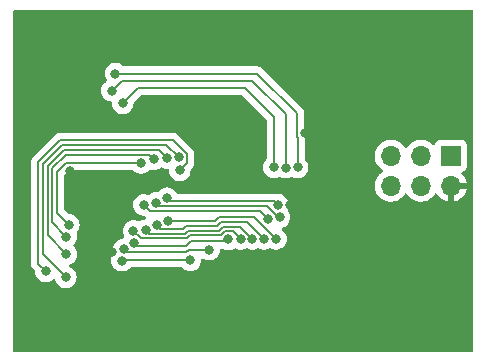
<source format=gbl>
%TF.GenerationSoftware,KiCad,Pcbnew,(6.0.11)*%
%TF.CreationDate,2023-02-05T22:54:30+01:00*%
%TF.ProjectId,ES108FC1_Connector,45533130-3846-4433-915f-436f6e6e6563,rev?*%
%TF.SameCoordinates,Original*%
%TF.FileFunction,Copper,L2,Bot*%
%TF.FilePolarity,Positive*%
%FSLAX46Y46*%
G04 Gerber Fmt 4.6, Leading zero omitted, Abs format (unit mm)*
G04 Created by KiCad (PCBNEW (6.0.11)) date 2023-02-05 22:54:30*
%MOMM*%
%LPD*%
G01*
G04 APERTURE LIST*
%TA.AperFunction,ComponentPad*%
%ADD10O,1.700000X1.700000*%
%TD*%
%TA.AperFunction,ComponentPad*%
%ADD11R,1.700000X1.700000*%
%TD*%
%TA.AperFunction,ViaPad*%
%ADD12C,0.800000*%
%TD*%
%TA.AperFunction,Conductor*%
%ADD13C,0.200000*%
%TD*%
G04 APERTURE END LIST*
D10*
%TO.P,J1,6,Pin_6*%
%TO.N,/SPI_SDI*%
X46570000Y-24390000D03*
%TO.P,J1,5,Pin_5*%
%TO.N,/SPI_SDO*%
X46570000Y-21850000D03*
%TO.P,J1,4,Pin_4*%
%TO.N,/SPI_SCL*%
X49110000Y-24390000D03*
%TO.P,J1,3,Pin_3*%
%TO.N,/SPI_NCS*%
X49110000Y-21850000D03*
%TO.P,J1,2,Pin_2*%
%TO.N,GND*%
X51650000Y-24390000D03*
D11*
%TO.P,J1,1,Pin_1*%
%TO.N,/SPI_VDD*%
X51650000Y-21850000D03*
%TD*%
D12*
%TO.N,GND*%
X15350000Y-10600000D03*
X15500000Y-37700000D03*
X40300000Y-17950000D03*
X47250000Y-10700000D03*
X50950000Y-14450000D03*
X50900000Y-10750000D03*
X35100000Y-11000000D03*
X30750000Y-12500000D03*
X28300000Y-11000000D03*
X25100000Y-12500000D03*
X18450000Y-14600000D03*
X16200000Y-16300000D03*
X18450000Y-18050000D03*
X16200000Y-20050000D03*
X49150000Y-36500000D03*
X49950000Y-37600000D03*
X48150000Y-37600000D03*
X49150000Y-29700000D03*
X50000000Y-30850000D03*
X48100000Y-30900000D03*
X19500000Y-26300000D03*
X19450000Y-24800000D03*
X26350000Y-37000000D03*
X25400000Y-35800000D03*
X24050000Y-36950000D03*
X38050000Y-26000000D03*
X33550000Y-23200000D03*
X22950000Y-28200000D03*
X22950000Y-30000000D03*
X19441642Y-23149500D03*
%TO.N,/VNEG*%
X38679445Y-22839492D03*
X23250000Y-14900000D03*
%TO.N,/TEST*%
X37680140Y-22859370D03*
X22950000Y-16350000D03*
%TO.N,/XLE*%
X36668506Y-22836979D03*
X23871064Y-17421064D03*
%TO.N,/CKV*%
X23800000Y-30750000D03*
X29600000Y-30700000D03*
%TO.N,/VCOM*%
X23964317Y-29764097D03*
X31200000Y-29799500D03*
%TO.N,/MODE*%
X28705378Y-23094622D03*
X17350000Y-31650000D03*
%TO.N,/VGH*%
X19050000Y-32150000D03*
X28600000Y-22000000D03*
%TO.N,/SPV*%
X19100000Y-30200000D03*
X27589244Y-22039244D03*
%TO.N,VDD*%
X19100000Y-28700000D03*
X26479003Y-22160241D03*
%TO.N,/XCL*%
X25408837Y-22458837D03*
X19300000Y-27700000D03*
%TO.N,/D7*%
X27624077Y-25450500D03*
X36994622Y-26005378D03*
%TO.N,/D6*%
X26655102Y-25850500D03*
X37150550Y-27061785D03*
%TO.N,/D5*%
X25655638Y-26016394D03*
X36165996Y-27234004D03*
%TO.N,/D4*%
X27681368Y-27350500D03*
X36842853Y-28900104D03*
%TO.N,/D3*%
X35843351Y-28899564D03*
X26748439Y-27750500D03*
%TO.N,/D2*%
X25818754Y-28150500D03*
X34843850Y-28901354D03*
%TO.N,/D1*%
X24775365Y-28224635D03*
X33844372Y-28894372D03*
%TO.N,/D0*%
X24835319Y-29273832D03*
X32800000Y-28949500D03*
%TO.N,GND*%
X39392336Y-26042336D03*
X39292336Y-19942336D03*
%TD*%
D13*
%TO.N,/D7*%
X27624077Y-25450500D02*
X27873577Y-25700000D01*
X27873577Y-25700000D02*
X36689244Y-25700000D01*
X36689244Y-25700000D02*
X36994622Y-26005378D01*
%TO.N,/D6*%
X26954602Y-26150000D02*
X36071942Y-26150000D01*
X26655102Y-25850500D02*
X26954602Y-26150000D01*
X36071942Y-26150000D02*
X36983727Y-27061785D01*
X36983727Y-27061785D02*
X37150550Y-27061785D01*
%TO.N,/D5*%
X25655638Y-26016394D02*
X26189244Y-26550000D01*
X26189244Y-26550000D02*
X35481992Y-26550000D01*
X35481992Y-26550000D02*
X36165996Y-27234004D01*
%TO.N,/D4*%
X27681368Y-27350500D02*
X27730868Y-27400000D01*
X27730868Y-27400000D02*
X31662494Y-27400000D01*
X31662494Y-27400000D02*
X32012995Y-27049500D01*
X32012995Y-27049500D02*
X34992249Y-27049500D01*
X34992249Y-27049500D02*
X36842853Y-28900104D01*
%TO.N,/D3*%
X26748439Y-27750500D02*
X27047939Y-28050000D01*
X28997307Y-28050000D02*
X29247308Y-27800000D01*
X27047939Y-28050000D02*
X28997307Y-28050000D01*
X29247308Y-27800000D02*
X31828179Y-27800000D01*
X31828179Y-27800000D02*
X32178680Y-27449500D01*
X32178680Y-27449500D02*
X34393287Y-27449500D01*
X34393287Y-27449500D02*
X35843351Y-28899564D01*
%TO.N,/D2*%
X25818754Y-28150500D02*
X26118254Y-28450000D01*
X26118254Y-28450000D02*
X29162992Y-28450000D01*
X29162992Y-28450000D02*
X29412993Y-28200000D01*
X29412993Y-28200000D02*
X31993865Y-28200000D01*
X31993865Y-28200000D02*
X32344365Y-27849500D01*
X32344365Y-27849500D02*
X33791996Y-27849500D01*
X33791996Y-27849500D02*
X34843850Y-28901354D01*
%TO.N,/D1*%
X24775365Y-28224635D02*
X25400730Y-28850000D01*
X25400730Y-28850000D02*
X29328678Y-28850000D01*
X29328678Y-28850000D02*
X29578678Y-28600000D01*
X29578678Y-28600000D02*
X32159550Y-28600000D01*
X32159550Y-28600000D02*
X32510050Y-28249500D01*
X32510050Y-28249500D02*
X33199500Y-28249500D01*
X33199500Y-28249500D02*
X33844372Y-28894372D01*
%TO.N,/D0*%
X24835319Y-29273832D02*
X25061487Y-29500000D01*
X25061487Y-29500000D02*
X29244364Y-29500000D01*
X29244364Y-29500000D02*
X29644364Y-29100000D01*
X29644364Y-29100000D02*
X32649500Y-29100000D01*
X32649500Y-29100000D02*
X32800000Y-28949500D01*
%TO.N,/VCOM*%
X23964317Y-29764097D02*
X24250220Y-30050000D01*
X29260050Y-30050000D02*
X29510550Y-29799500D01*
X24250220Y-30050000D02*
X29260050Y-30050000D01*
X29510550Y-29799500D02*
X31200000Y-29799500D01*
%TO.N,/XLE*%
X36668506Y-22836979D02*
X36668506Y-18568506D01*
X36668506Y-18568506D02*
X34200000Y-16100000D01*
X34200000Y-16100000D02*
X25192128Y-16100000D01*
X25192128Y-16100000D02*
X23871064Y-17421064D01*
%TO.N,/TEST*%
X37680140Y-22859370D02*
X37680140Y-18330140D01*
X37680140Y-18330140D02*
X34850000Y-15500000D01*
X34850000Y-15500000D02*
X23800000Y-15500000D01*
X23800000Y-15500000D02*
X22950000Y-16350000D01*
%TO.N,/VNEG*%
X38679445Y-22839492D02*
X38679445Y-20319395D01*
X38679445Y-20319395D02*
X38592336Y-20232286D01*
X38592336Y-20232286D02*
X38592336Y-18242336D01*
X38592336Y-18242336D02*
X35250000Y-14900000D01*
X35250000Y-14900000D02*
X23250000Y-14900000D01*
%TO.N,/CKV*%
X23850000Y-30700000D02*
X23800000Y-30750000D01*
X29600000Y-30700000D02*
X23850000Y-30700000D01*
%TO.N,/MODE*%
X16700000Y-31000000D02*
X17350000Y-31650000D01*
X18544105Y-20558837D02*
X16700000Y-22402943D01*
X28148787Y-20558837D02*
X18544105Y-20558837D01*
X29300000Y-22500000D02*
X29300000Y-21710050D01*
X16700000Y-22402943D02*
X16700000Y-31000000D01*
X29300000Y-21710050D02*
X28148787Y-20558837D01*
X28705378Y-23094622D02*
X29300000Y-22500000D01*
%TO.N,/VGH*%
X17100000Y-30200000D02*
X19050000Y-32150000D01*
X28600000Y-22000000D02*
X27558837Y-20958837D01*
X17100000Y-22568628D02*
X17100000Y-30200000D01*
X27558837Y-20958837D02*
X18709791Y-20958837D01*
X18709791Y-20958837D02*
X17100000Y-22568628D01*
%TO.N,/SPV*%
X17500000Y-22734314D02*
X17500000Y-28600000D01*
X18875477Y-21358837D02*
X17500000Y-22734314D01*
X26908837Y-21358837D02*
X18875477Y-21358837D01*
X17500000Y-28600000D02*
X19100000Y-30200000D01*
X27589244Y-22039244D02*
X26908837Y-21358837D01*
%TO.N,VDD*%
X17900000Y-22900000D02*
X17900000Y-27500000D01*
X26077599Y-21758837D02*
X25091163Y-21758837D01*
X26479003Y-22160241D02*
X26077599Y-21758837D01*
X19041163Y-21758837D02*
X17900000Y-22900000D01*
X17900000Y-27500000D02*
X19100000Y-28700000D01*
X25091163Y-21758837D02*
X19041163Y-21758837D01*
%TO.N,/XCL*%
X18300000Y-26700000D02*
X19300000Y-27700000D01*
X19100000Y-22450000D02*
X18300000Y-23250000D01*
X19300000Y-22450000D02*
X19100000Y-22450000D01*
X25400000Y-22450000D02*
X19300000Y-22450000D01*
X25408837Y-22458837D02*
X25400000Y-22450000D01*
X18300000Y-23250000D02*
X18300000Y-26700000D01*
%TD*%
%TA.AperFunction,Conductor*%
%TO.N,GND*%
G36*
X53483621Y-9528502D02*
G01*
X53530114Y-9582158D01*
X53541500Y-9634500D01*
X53541500Y-38365500D01*
X53521498Y-38433621D01*
X53467842Y-38480114D01*
X53415500Y-38491500D01*
X14684500Y-38491500D01*
X14616379Y-38471498D01*
X14569886Y-38417842D01*
X14558500Y-38365500D01*
X14558500Y-31000000D01*
X16086250Y-31000000D01*
X16091500Y-31039880D01*
X16091500Y-31039885D01*
X16101133Y-31113056D01*
X16107162Y-31158851D01*
X16168476Y-31306876D01*
X16173503Y-31313427D01*
X16173504Y-31313429D01*
X16241520Y-31402069D01*
X16241526Y-31402075D01*
X16266013Y-31433987D01*
X16272568Y-31439017D01*
X16291379Y-31453452D01*
X16303770Y-31464319D01*
X16400281Y-31560830D01*
X16434307Y-31623142D01*
X16436841Y-31646716D01*
X16436496Y-31650000D01*
X16456458Y-31839928D01*
X16515473Y-32021556D01*
X16610960Y-32186944D01*
X16738747Y-32328866D01*
X16893248Y-32441118D01*
X16899276Y-32443802D01*
X16899278Y-32443803D01*
X17059799Y-32515271D01*
X17067712Y-32518794D01*
X17161113Y-32538647D01*
X17248056Y-32557128D01*
X17248061Y-32557128D01*
X17254513Y-32558500D01*
X17445487Y-32558500D01*
X17451939Y-32557128D01*
X17451944Y-32557128D01*
X17538887Y-32538647D01*
X17632288Y-32518794D01*
X17640201Y-32515271D01*
X17800722Y-32443803D01*
X17800724Y-32443802D01*
X17806752Y-32441118D01*
X17961253Y-32328866D01*
X17965273Y-32324402D01*
X18029080Y-32293780D01*
X18099533Y-32302543D01*
X18154065Y-32348005D01*
X18169217Y-32379196D01*
X18215473Y-32521556D01*
X18218776Y-32527278D01*
X18218777Y-32527279D01*
X18236803Y-32558500D01*
X18310960Y-32686944D01*
X18438747Y-32828866D01*
X18593248Y-32941118D01*
X18599276Y-32943802D01*
X18599278Y-32943803D01*
X18761681Y-33016109D01*
X18767712Y-33018794D01*
X18861112Y-33038647D01*
X18948056Y-33057128D01*
X18948061Y-33057128D01*
X18954513Y-33058500D01*
X19145487Y-33058500D01*
X19151939Y-33057128D01*
X19151944Y-33057128D01*
X19238888Y-33038647D01*
X19332288Y-33018794D01*
X19338319Y-33016109D01*
X19500722Y-32943803D01*
X19500724Y-32943802D01*
X19506752Y-32941118D01*
X19661253Y-32828866D01*
X19789040Y-32686944D01*
X19863197Y-32558500D01*
X19881223Y-32527279D01*
X19881224Y-32527278D01*
X19884527Y-32521556D01*
X19943542Y-32339928D01*
X19963504Y-32150000D01*
X19943542Y-31960072D01*
X19884527Y-31778444D01*
X19789040Y-31613056D01*
X19783703Y-31607128D01*
X19665675Y-31476045D01*
X19665674Y-31476044D01*
X19661253Y-31471134D01*
X19539602Y-31382749D01*
X19512094Y-31362763D01*
X19512093Y-31362762D01*
X19506752Y-31358882D01*
X19500724Y-31356198D01*
X19500722Y-31356197D01*
X19376498Y-31300889D01*
X19322402Y-31254909D01*
X19301753Y-31186981D01*
X19321105Y-31118673D01*
X19374316Y-31071672D01*
X19380810Y-31069108D01*
X19382288Y-31068794D01*
X19387627Y-31066417D01*
X19387637Y-31066413D01*
X19550722Y-30993803D01*
X19550724Y-30993802D01*
X19556752Y-30991118D01*
X19588145Y-30968310D01*
X19636242Y-30933365D01*
X19711253Y-30878866D01*
X19821373Y-30756565D01*
X19827284Y-30750000D01*
X22886496Y-30750000D01*
X22906458Y-30939928D01*
X22965473Y-31121556D01*
X23060960Y-31286944D01*
X23065378Y-31291851D01*
X23065379Y-31291852D01*
X23164624Y-31402075D01*
X23188747Y-31428866D01*
X23343248Y-31541118D01*
X23349276Y-31543802D01*
X23349278Y-31543803D01*
X23494591Y-31608500D01*
X23517712Y-31618794D01*
X23611112Y-31638647D01*
X23698056Y-31657128D01*
X23698061Y-31657128D01*
X23704513Y-31658500D01*
X23895487Y-31658500D01*
X23901939Y-31657128D01*
X23901944Y-31657128D01*
X23988888Y-31638647D01*
X24082288Y-31618794D01*
X24105409Y-31608500D01*
X24250722Y-31543803D01*
X24250724Y-31543802D01*
X24256752Y-31541118D01*
X24411253Y-31428866D01*
X24482093Y-31350190D01*
X24542539Y-31312950D01*
X24575729Y-31308500D01*
X28869290Y-31308500D01*
X28937411Y-31328502D01*
X28962926Y-31350189D01*
X28988747Y-31378866D01*
X29143248Y-31491118D01*
X29149276Y-31493802D01*
X29149278Y-31493803D01*
X29246833Y-31537237D01*
X29317712Y-31568794D01*
X29411112Y-31588647D01*
X29498056Y-31607128D01*
X29498061Y-31607128D01*
X29504513Y-31608500D01*
X29695487Y-31608500D01*
X29701939Y-31607128D01*
X29701944Y-31607128D01*
X29788888Y-31588647D01*
X29882288Y-31568794D01*
X29953167Y-31537237D01*
X30050722Y-31493803D01*
X30050724Y-31493802D01*
X30056752Y-31491118D01*
X30211253Y-31378866D01*
X30294020Y-31286944D01*
X30334621Y-31241852D01*
X30334622Y-31241851D01*
X30339040Y-31236944D01*
X30434527Y-31071556D01*
X30493542Y-30889928D01*
X30513504Y-30700000D01*
X30511644Y-30682306D01*
X30524416Y-30612468D01*
X30572917Y-30560621D01*
X30641750Y-30543226D01*
X30711013Y-30567198D01*
X30743248Y-30590618D01*
X30749276Y-30593302D01*
X30749278Y-30593303D01*
X30792324Y-30612468D01*
X30917712Y-30668294D01*
X30983638Y-30682307D01*
X31098056Y-30706628D01*
X31098061Y-30706628D01*
X31104513Y-30708000D01*
X31295487Y-30708000D01*
X31301939Y-30706628D01*
X31301944Y-30706628D01*
X31416362Y-30682307D01*
X31482288Y-30668294D01*
X31607676Y-30612468D01*
X31650722Y-30593303D01*
X31650724Y-30593302D01*
X31656752Y-30590618D01*
X31675112Y-30577279D01*
X31721981Y-30543226D01*
X31811253Y-30478366D01*
X31939040Y-30336444D01*
X32017816Y-30200000D01*
X32031223Y-30176779D01*
X32031224Y-30176778D01*
X32034527Y-30171056D01*
X32093542Y-29989428D01*
X32097263Y-29954025D01*
X32111210Y-29821329D01*
X32138223Y-29755673D01*
X32196445Y-29715043D01*
X32236520Y-29708500D01*
X32258101Y-29708500D01*
X32326222Y-29728502D01*
X32332164Y-29732565D01*
X32343248Y-29740618D01*
X32349275Y-29743301D01*
X32349276Y-29743302D01*
X32498755Y-29809854D01*
X32517712Y-29818294D01*
X32611112Y-29838147D01*
X32698056Y-29856628D01*
X32698061Y-29856628D01*
X32704513Y-29858000D01*
X32895487Y-29858000D01*
X32901939Y-29856628D01*
X32901944Y-29856628D01*
X32988888Y-29838147D01*
X33082288Y-29818294D01*
X33101245Y-29809854D01*
X33250722Y-29743303D01*
X33250724Y-29743302D01*
X33256752Y-29740618D01*
X33294669Y-29713069D01*
X33361538Y-29689210D01*
X33419979Y-29699898D01*
X33556049Y-29760480D01*
X33556057Y-29760483D01*
X33562084Y-29763166D01*
X33655485Y-29783019D01*
X33742428Y-29801500D01*
X33742433Y-29801500D01*
X33748885Y-29802872D01*
X33939859Y-29802872D01*
X33946311Y-29801500D01*
X33946316Y-29801500D01*
X34033259Y-29783019D01*
X34126660Y-29763166D01*
X34139315Y-29757532D01*
X34204517Y-29728502D01*
X34285023Y-29692659D01*
X34355388Y-29683225D01*
X34387516Y-29692658D01*
X34423098Y-29708500D01*
X34552724Y-29766213D01*
X34561562Y-29770148D01*
X34654962Y-29790001D01*
X34741906Y-29808482D01*
X34741911Y-29808482D01*
X34748363Y-29809854D01*
X34939337Y-29809854D01*
X34945789Y-29808482D01*
X34945794Y-29808482D01*
X35032738Y-29790001D01*
X35126138Y-29770148D01*
X35134977Y-29766213D01*
X35264602Y-29708500D01*
X35294363Y-29695250D01*
X35364729Y-29685816D01*
X35396857Y-29695249D01*
X35490041Y-29736737D01*
X35551493Y-29764097D01*
X35561063Y-29768358D01*
X35654463Y-29788211D01*
X35741407Y-29806692D01*
X35741412Y-29806692D01*
X35747864Y-29808064D01*
X35938838Y-29808064D01*
X35945290Y-29806692D01*
X35945295Y-29806692D01*
X36032239Y-29788211D01*
X36125639Y-29768358D01*
X36135210Y-29764097D01*
X36291247Y-29694625D01*
X36361614Y-29685191D01*
X36393743Y-29694624D01*
X36439604Y-29715043D01*
X36549782Y-29764097D01*
X36560565Y-29768898D01*
X36653965Y-29788751D01*
X36740909Y-29807232D01*
X36740914Y-29807232D01*
X36747366Y-29808604D01*
X36938340Y-29808604D01*
X36944792Y-29807232D01*
X36944797Y-29807232D01*
X37031741Y-29788751D01*
X37125141Y-29768898D01*
X37134934Y-29764538D01*
X37293575Y-29693907D01*
X37293577Y-29693906D01*
X37299605Y-29691222D01*
X37307495Y-29685490D01*
X37355010Y-29650968D01*
X37454106Y-29578970D01*
X37581893Y-29437048D01*
X37677380Y-29271660D01*
X37736395Y-29090032D01*
X37737736Y-29077279D01*
X37755667Y-28906669D01*
X37756357Y-28900104D01*
X37736395Y-28710176D01*
X37677380Y-28528548D01*
X37581893Y-28363160D01*
X37518217Y-28292440D01*
X37458528Y-28226149D01*
X37458527Y-28226148D01*
X37454106Y-28221238D01*
X37368736Y-28159213D01*
X37325383Y-28102990D01*
X37319308Y-28032254D01*
X37352440Y-27969462D01*
X37416603Y-27934030D01*
X37421528Y-27932983D01*
X37432838Y-27930579D01*
X37438869Y-27927894D01*
X37601272Y-27855588D01*
X37601274Y-27855587D01*
X37607302Y-27852903D01*
X37761803Y-27740651D01*
X37798405Y-27700000D01*
X37885171Y-27603637D01*
X37885172Y-27603636D01*
X37889590Y-27598729D01*
X37985077Y-27433341D01*
X38044092Y-27251713D01*
X38045355Y-27239702D01*
X38063364Y-27068350D01*
X38064054Y-27061785D01*
X38058451Y-27008471D01*
X38044782Y-26878420D01*
X38044782Y-26878418D01*
X38044092Y-26871857D01*
X37985077Y-26690229D01*
X37889590Y-26524841D01*
X37858538Y-26490355D01*
X37827821Y-26426349D01*
X37832341Y-26367111D01*
X37888164Y-26195306D01*
X37908126Y-26005378D01*
X37888164Y-25815450D01*
X37829149Y-25633822D01*
X37819282Y-25616731D01*
X37785064Y-25557464D01*
X37733662Y-25468434D01*
X37702812Y-25434171D01*
X37610297Y-25331423D01*
X37610296Y-25331422D01*
X37605875Y-25326512D01*
X37451374Y-25214260D01*
X37445346Y-25211576D01*
X37445344Y-25211575D01*
X37282941Y-25139269D01*
X37282940Y-25139269D01*
X37276910Y-25136584D01*
X37183510Y-25116731D01*
X37096566Y-25098250D01*
X37096561Y-25098250D01*
X37090109Y-25096878D01*
X36899135Y-25096878D01*
X36870911Y-25102877D01*
X36828269Y-25104552D01*
X36729137Y-25091501D01*
X36729135Y-25091501D01*
X36729129Y-25091500D01*
X36729127Y-25091500D01*
X36729118Y-25091499D01*
X36697433Y-25087328D01*
X36689244Y-25086250D01*
X36657551Y-25090422D01*
X36641108Y-25091500D01*
X28538599Y-25091500D01*
X28470478Y-25071498D01*
X28429480Y-25028500D01*
X28418233Y-25009020D01*
X28363117Y-24913556D01*
X28357536Y-24907357D01*
X28239752Y-24776545D01*
X28239748Y-24776541D01*
X28235330Y-24771634D01*
X28136234Y-24699636D01*
X28086171Y-24663263D01*
X28086170Y-24663262D01*
X28080829Y-24659382D01*
X28074801Y-24656698D01*
X28074799Y-24656697D01*
X27912396Y-24584391D01*
X27912395Y-24584391D01*
X27906365Y-24581706D01*
X27812964Y-24561853D01*
X27726021Y-24543372D01*
X27726016Y-24543372D01*
X27719564Y-24542000D01*
X27528590Y-24542000D01*
X27522138Y-24543372D01*
X27522133Y-24543372D01*
X27435189Y-24561853D01*
X27341789Y-24581706D01*
X27335759Y-24584391D01*
X27335758Y-24584391D01*
X27173355Y-24656697D01*
X27173353Y-24656698D01*
X27167325Y-24659382D01*
X27161984Y-24663262D01*
X27161983Y-24663263D01*
X27111920Y-24699636D01*
X27012824Y-24771634D01*
X26890619Y-24907357D01*
X26830173Y-24944596D01*
X26770786Y-24946293D01*
X26757046Y-24943372D01*
X26757042Y-24943372D01*
X26750589Y-24942000D01*
X26559615Y-24942000D01*
X26553163Y-24943372D01*
X26553158Y-24943372D01*
X26466215Y-24961853D01*
X26372814Y-24981706D01*
X26366784Y-24984391D01*
X26366783Y-24984391D01*
X26204380Y-25056697D01*
X26204378Y-25056698D01*
X26198350Y-25059382D01*
X26193009Y-25063262D01*
X26193008Y-25063263D01*
X26082966Y-25143213D01*
X26016098Y-25167072D01*
X25957658Y-25156385D01*
X25943957Y-25150285D01*
X25943956Y-25150285D01*
X25937926Y-25147600D01*
X25844526Y-25127747D01*
X25757582Y-25109266D01*
X25757577Y-25109266D01*
X25751125Y-25107894D01*
X25560151Y-25107894D01*
X25553699Y-25109266D01*
X25553694Y-25109266D01*
X25466750Y-25127747D01*
X25373350Y-25147600D01*
X25367320Y-25150285D01*
X25367319Y-25150285D01*
X25204916Y-25222591D01*
X25204914Y-25222592D01*
X25198886Y-25225276D01*
X25044385Y-25337528D01*
X25039964Y-25342438D01*
X25039963Y-25342439D01*
X24957709Y-25433792D01*
X24916598Y-25479450D01*
X24899635Y-25508831D01*
X24837600Y-25616279D01*
X24821111Y-25644838D01*
X24762096Y-25826466D01*
X24742134Y-26016394D01*
X24762096Y-26206322D01*
X24821111Y-26387950D01*
X24916598Y-26553338D01*
X25044385Y-26695260D01*
X25198886Y-26807512D01*
X25204914Y-26810196D01*
X25204916Y-26810197D01*
X25367319Y-26882503D01*
X25373350Y-26885188D01*
X25466751Y-26905041D01*
X25553694Y-26923522D01*
X25553699Y-26923522D01*
X25560151Y-26924894D01*
X25647777Y-26924894D01*
X25715898Y-26944896D01*
X25747737Y-26974187D01*
X25755257Y-26983987D01*
X25761807Y-26989013D01*
X25787165Y-27008471D01*
X25787172Y-27008477D01*
X25797379Y-27016309D01*
X25839247Y-27073647D01*
X25843469Y-27144518D01*
X25808706Y-27206421D01*
X25745993Y-27239702D01*
X25733846Y-27241582D01*
X25729868Y-27242000D01*
X25723267Y-27242000D01*
X25716815Y-27243372D01*
X25716810Y-27243372D01*
X25629866Y-27261853D01*
X25536466Y-27281706D01*
X25530436Y-27284391D01*
X25530435Y-27284391D01*
X25368032Y-27356697D01*
X25368030Y-27356698D01*
X25362002Y-27359382D01*
X25356661Y-27363262D01*
X25356660Y-27363263D01*
X25308237Y-27398445D01*
X25241370Y-27422303D01*
X25182928Y-27411616D01*
X25063688Y-27358527D01*
X25063680Y-27358524D01*
X25057653Y-27355841D01*
X24964252Y-27335988D01*
X24877309Y-27317507D01*
X24877304Y-27317507D01*
X24870852Y-27316135D01*
X24679878Y-27316135D01*
X24673426Y-27317507D01*
X24673421Y-27317507D01*
X24586478Y-27335988D01*
X24493077Y-27355841D01*
X24487047Y-27358526D01*
X24487046Y-27358526D01*
X24324643Y-27430832D01*
X24324641Y-27430833D01*
X24318613Y-27433517D01*
X24313272Y-27437397D01*
X24313271Y-27437398D01*
X24263208Y-27473771D01*
X24164112Y-27545769D01*
X24036325Y-27687691D01*
X23940838Y-27853079D01*
X23881823Y-28034707D01*
X23881133Y-28041268D01*
X23881133Y-28041270D01*
X23874646Y-28102990D01*
X23861861Y-28224635D01*
X23862551Y-28231200D01*
X23875905Y-28358252D01*
X23881823Y-28414563D01*
X23940838Y-28596191D01*
X23944141Y-28601913D01*
X23944142Y-28601914D01*
X23981487Y-28666597D01*
X23998225Y-28735592D01*
X23975005Y-28802684D01*
X23919198Y-28846571D01*
X23881879Y-28853764D01*
X23881999Y-28854907D01*
X23875432Y-28855597D01*
X23868830Y-28855597D01*
X23862378Y-28856969D01*
X23862373Y-28856969D01*
X23775430Y-28875450D01*
X23682029Y-28895303D01*
X23675999Y-28897988D01*
X23675998Y-28897988D01*
X23513595Y-28970294D01*
X23513593Y-28970295D01*
X23507565Y-28972979D01*
X23353064Y-29085231D01*
X23225277Y-29227153D01*
X23129790Y-29392541D01*
X23070775Y-29574169D01*
X23070085Y-29580730D01*
X23070085Y-29580732D01*
X23051698Y-29755673D01*
X23050813Y-29764097D01*
X23051503Y-29770662D01*
X23056975Y-29822721D01*
X23070775Y-29954025D01*
X23072815Y-29960303D01*
X23107539Y-30067173D01*
X23109567Y-30138141D01*
X23081341Y-30190420D01*
X23065383Y-30208143D01*
X23065380Y-30208147D01*
X23060960Y-30213056D01*
X22965473Y-30378444D01*
X22906458Y-30560072D01*
X22905768Y-30566633D01*
X22905768Y-30566635D01*
X22890910Y-30708000D01*
X22886496Y-30750000D01*
X19827284Y-30750000D01*
X19834621Y-30741852D01*
X19834622Y-30741851D01*
X19839040Y-30736944D01*
X19923522Y-30590618D01*
X19931223Y-30577279D01*
X19931224Y-30577278D01*
X19934527Y-30571556D01*
X19993542Y-30389928D01*
X19998648Y-30341352D01*
X20012814Y-30206565D01*
X20013504Y-30200000D01*
X20008468Y-30152081D01*
X19994232Y-30016635D01*
X19994232Y-30016633D01*
X19993542Y-30010072D01*
X19934527Y-29828444D01*
X19921969Y-29806692D01*
X19885370Y-29743302D01*
X19839040Y-29663056D01*
X19723117Y-29534310D01*
X19692399Y-29470303D01*
X19701164Y-29399849D01*
X19723117Y-29365690D01*
X19834621Y-29241852D01*
X19834622Y-29241851D01*
X19839040Y-29236944D01*
X19934527Y-29071556D01*
X19993542Y-28889928D01*
X20013504Y-28700000D01*
X20003195Y-28601914D01*
X19994233Y-28516642D01*
X19994232Y-28516638D01*
X19993542Y-28510072D01*
X19962874Y-28415686D01*
X19960846Y-28344720D01*
X19989071Y-28292440D01*
X20034621Y-28241852D01*
X20034622Y-28241851D01*
X20039040Y-28236944D01*
X20134527Y-28071556D01*
X20193542Y-27889928D01*
X20196755Y-27859364D01*
X20212814Y-27706565D01*
X20213504Y-27700000D01*
X20193542Y-27510072D01*
X20134527Y-27328444D01*
X20127421Y-27316135D01*
X20086437Y-27245150D01*
X20039040Y-27163056D01*
X20025359Y-27147861D01*
X19915675Y-27026045D01*
X19915674Y-27026044D01*
X19911253Y-27021134D01*
X19756752Y-26908882D01*
X19750724Y-26906198D01*
X19750722Y-26906197D01*
X19588319Y-26833891D01*
X19588318Y-26833891D01*
X19582288Y-26831206D01*
X19483449Y-26810197D01*
X19401944Y-26792872D01*
X19401939Y-26792872D01*
X19395487Y-26791500D01*
X19304239Y-26791500D01*
X19236118Y-26771498D01*
X19215144Y-26754595D01*
X18945405Y-26484856D01*
X18911379Y-26422544D01*
X18908500Y-26395761D01*
X18908500Y-24356695D01*
X45207251Y-24356695D01*
X45207548Y-24361848D01*
X45207548Y-24361851D01*
X45219812Y-24574547D01*
X45220110Y-24579715D01*
X45221247Y-24584761D01*
X45221248Y-24584767D01*
X45241096Y-24672837D01*
X45269222Y-24797639D01*
X45328398Y-24943372D01*
X45345054Y-24984391D01*
X45353266Y-25004616D01*
X45394251Y-25071498D01*
X45467291Y-25190688D01*
X45469987Y-25195088D01*
X45616250Y-25363938D01*
X45788126Y-25506632D01*
X45981000Y-25619338D01*
X45985825Y-25621180D01*
X45985826Y-25621181D01*
X46018930Y-25633822D01*
X46189692Y-25699030D01*
X46194760Y-25700061D01*
X46194763Y-25700062D01*
X46289862Y-25719410D01*
X46408597Y-25743567D01*
X46413772Y-25743757D01*
X46413774Y-25743757D01*
X46626673Y-25751564D01*
X46626677Y-25751564D01*
X46631837Y-25751753D01*
X46636957Y-25751097D01*
X46636959Y-25751097D01*
X46848288Y-25724025D01*
X46848289Y-25724025D01*
X46853416Y-25723368D01*
X46858366Y-25721883D01*
X47062429Y-25660661D01*
X47062434Y-25660659D01*
X47067384Y-25659174D01*
X47267994Y-25560896D01*
X47449860Y-25431173D01*
X47608096Y-25273489D01*
X47652586Y-25211575D01*
X47738453Y-25092077D01*
X47739776Y-25093028D01*
X47786645Y-25049857D01*
X47856580Y-25037625D01*
X47922026Y-25065144D01*
X47949875Y-25096994D01*
X47956106Y-25107162D01*
X48009987Y-25195088D01*
X48156250Y-25363938D01*
X48328126Y-25506632D01*
X48521000Y-25619338D01*
X48525825Y-25621180D01*
X48525826Y-25621181D01*
X48558930Y-25633822D01*
X48729692Y-25699030D01*
X48734760Y-25700061D01*
X48734763Y-25700062D01*
X48829862Y-25719410D01*
X48948597Y-25743567D01*
X48953772Y-25743757D01*
X48953774Y-25743757D01*
X49166673Y-25751564D01*
X49166677Y-25751564D01*
X49171837Y-25751753D01*
X49176957Y-25751097D01*
X49176959Y-25751097D01*
X49388288Y-25724025D01*
X49388289Y-25724025D01*
X49393416Y-25723368D01*
X49398366Y-25721883D01*
X49602429Y-25660661D01*
X49602434Y-25660659D01*
X49607384Y-25659174D01*
X49807994Y-25560896D01*
X49989860Y-25431173D01*
X50148096Y-25273489D01*
X50192586Y-25211575D01*
X50278453Y-25092077D01*
X50279640Y-25092930D01*
X50326960Y-25049362D01*
X50396897Y-25037145D01*
X50462338Y-25064678D01*
X50490166Y-25096511D01*
X50547694Y-25190388D01*
X50553777Y-25198699D01*
X50693213Y-25359667D01*
X50700580Y-25366883D01*
X50864434Y-25502916D01*
X50872881Y-25508831D01*
X51056756Y-25616279D01*
X51066042Y-25620729D01*
X51265001Y-25696703D01*
X51274899Y-25699579D01*
X51378250Y-25720606D01*
X51392299Y-25719410D01*
X51396000Y-25709065D01*
X51396000Y-25708517D01*
X51904000Y-25708517D01*
X51908064Y-25722359D01*
X51921478Y-25724393D01*
X51928184Y-25723534D01*
X51938262Y-25721392D01*
X52142255Y-25660191D01*
X52151842Y-25656433D01*
X52343095Y-25562739D01*
X52351945Y-25557464D01*
X52525328Y-25433792D01*
X52533200Y-25427139D01*
X52684052Y-25276812D01*
X52690730Y-25268965D01*
X52815003Y-25096020D01*
X52820313Y-25087183D01*
X52914670Y-24896267D01*
X52918469Y-24886672D01*
X52980377Y-24682910D01*
X52982555Y-24672837D01*
X52983986Y-24661962D01*
X52981775Y-24647778D01*
X52968617Y-24644000D01*
X51922115Y-24644000D01*
X51906876Y-24648475D01*
X51905671Y-24649865D01*
X51904000Y-24657548D01*
X51904000Y-25708517D01*
X51396000Y-25708517D01*
X51396000Y-24262000D01*
X51416002Y-24193879D01*
X51469658Y-24147386D01*
X51522000Y-24136000D01*
X52968344Y-24136000D01*
X52981875Y-24132027D01*
X52983180Y-24122947D01*
X52941214Y-23955875D01*
X52937894Y-23946124D01*
X52852972Y-23750814D01*
X52848105Y-23741739D01*
X52732426Y-23562926D01*
X52726136Y-23554757D01*
X52582293Y-23396677D01*
X52551241Y-23332831D01*
X52559635Y-23262333D01*
X52604812Y-23207564D01*
X52631256Y-23193895D01*
X52738297Y-23153767D01*
X52746705Y-23150615D01*
X52863261Y-23063261D01*
X52950615Y-22946705D01*
X53001745Y-22810316D01*
X53008500Y-22748134D01*
X53008500Y-20951866D01*
X53001745Y-20889684D01*
X52950615Y-20753295D01*
X52863261Y-20636739D01*
X52746705Y-20549385D01*
X52610316Y-20498255D01*
X52548134Y-20491500D01*
X50751866Y-20491500D01*
X50689684Y-20498255D01*
X50553295Y-20549385D01*
X50436739Y-20636739D01*
X50349385Y-20753295D01*
X50346233Y-20761703D01*
X50304919Y-20871907D01*
X50262277Y-20928671D01*
X50195716Y-20953371D01*
X50126367Y-20938163D01*
X50093743Y-20912476D01*
X50043151Y-20856875D01*
X50043142Y-20856866D01*
X50039670Y-20853051D01*
X50035619Y-20849852D01*
X50035615Y-20849848D01*
X49868414Y-20717800D01*
X49868410Y-20717798D01*
X49864359Y-20714598D01*
X49668789Y-20606638D01*
X49663920Y-20604914D01*
X49663916Y-20604912D01*
X49463087Y-20533795D01*
X49463083Y-20533794D01*
X49458212Y-20532069D01*
X49453119Y-20531162D01*
X49453116Y-20531161D01*
X49243373Y-20493800D01*
X49243367Y-20493799D01*
X49238284Y-20492894D01*
X49164452Y-20491992D01*
X49020081Y-20490228D01*
X49020079Y-20490228D01*
X49014911Y-20490165D01*
X48794091Y-20523955D01*
X48581756Y-20593357D01*
X48383607Y-20696507D01*
X48379474Y-20699610D01*
X48379471Y-20699612D01*
X48209100Y-20827530D01*
X48204965Y-20830635D01*
X48165525Y-20871907D01*
X48111280Y-20928671D01*
X48050629Y-20992138D01*
X47943201Y-21149621D01*
X47888293Y-21194621D01*
X47817768Y-21202792D01*
X47754021Y-21171538D01*
X47733324Y-21147054D01*
X47652822Y-21022617D01*
X47652820Y-21022614D01*
X47650014Y-21018277D01*
X47499670Y-20853051D01*
X47495619Y-20849852D01*
X47495615Y-20849848D01*
X47328414Y-20717800D01*
X47328410Y-20717798D01*
X47324359Y-20714598D01*
X47128789Y-20606638D01*
X47123920Y-20604914D01*
X47123916Y-20604912D01*
X46923087Y-20533795D01*
X46923083Y-20533794D01*
X46918212Y-20532069D01*
X46913119Y-20531162D01*
X46913116Y-20531161D01*
X46703373Y-20493800D01*
X46703367Y-20493799D01*
X46698284Y-20492894D01*
X46624452Y-20491992D01*
X46480081Y-20490228D01*
X46480079Y-20490228D01*
X46474911Y-20490165D01*
X46254091Y-20523955D01*
X46041756Y-20593357D01*
X45843607Y-20696507D01*
X45839474Y-20699610D01*
X45839471Y-20699612D01*
X45669100Y-20827530D01*
X45664965Y-20830635D01*
X45625525Y-20871907D01*
X45571280Y-20928671D01*
X45510629Y-20992138D01*
X45384743Y-21176680D01*
X45290688Y-21379305D01*
X45230989Y-21594570D01*
X45207251Y-21816695D01*
X45220110Y-22039715D01*
X45221247Y-22044761D01*
X45221248Y-22044767D01*
X45234529Y-22103697D01*
X45269222Y-22257639D01*
X45353266Y-22464616D01*
X45390685Y-22525678D01*
X45467291Y-22650688D01*
X45469987Y-22655088D01*
X45616250Y-22823938D01*
X45788126Y-22966632D01*
X45852069Y-23003997D01*
X45861445Y-23009476D01*
X45910169Y-23061114D01*
X45923240Y-23130897D01*
X45896509Y-23196669D01*
X45856055Y-23230027D01*
X45843607Y-23236507D01*
X45839474Y-23239610D01*
X45839471Y-23239612D01*
X45669100Y-23367530D01*
X45664965Y-23370635D01*
X45599346Y-23439301D01*
X45528491Y-23513447D01*
X45510629Y-23532138D01*
X45507720Y-23536403D01*
X45507714Y-23536411D01*
X45429896Y-23650488D01*
X45384743Y-23716680D01*
X45290688Y-23919305D01*
X45230989Y-24134570D01*
X45207251Y-24356695D01*
X18908500Y-24356695D01*
X18908500Y-23554239D01*
X18928502Y-23486118D01*
X18945405Y-23465144D01*
X19315144Y-23095405D01*
X19377456Y-23061379D01*
X19404239Y-23058500D01*
X24670170Y-23058500D01*
X24738291Y-23078502D01*
X24763806Y-23100189D01*
X24793167Y-23132797D01*
X24797584Y-23137703D01*
X24807943Y-23145229D01*
X24924657Y-23230027D01*
X24952085Y-23249955D01*
X24958113Y-23252639D01*
X24958115Y-23252640D01*
X25073313Y-23303929D01*
X25126549Y-23327631D01*
X25219950Y-23347484D01*
X25306893Y-23365965D01*
X25306898Y-23365965D01*
X25313350Y-23367337D01*
X25504324Y-23367337D01*
X25510776Y-23365965D01*
X25510781Y-23365965D01*
X25597724Y-23347484D01*
X25691125Y-23327631D01*
X25744361Y-23303929D01*
X25859559Y-23252640D01*
X25859561Y-23252639D01*
X25865589Y-23249955D01*
X25893018Y-23230027D01*
X25931944Y-23201745D01*
X26020090Y-23137703D01*
X26081915Y-23069039D01*
X26142358Y-23031801D01*
X26201744Y-23030104D01*
X26274252Y-23045516D01*
X26377059Y-23067369D01*
X26377064Y-23067369D01*
X26383516Y-23068741D01*
X26574490Y-23068741D01*
X26580942Y-23067369D01*
X26580947Y-23067369D01*
X26683754Y-23045516D01*
X26761291Y-23029035D01*
X26779572Y-23020896D01*
X26929725Y-22954044D01*
X26929727Y-22954043D01*
X26935755Y-22951359D01*
X26952748Y-22939013D01*
X27054914Y-22864785D01*
X27121782Y-22840926D01*
X27180223Y-22851614D01*
X27300921Y-22905352D01*
X27300929Y-22905355D01*
X27306956Y-22908038D01*
X27368375Y-22921093D01*
X27487300Y-22946372D01*
X27487305Y-22946372D01*
X27493757Y-22947744D01*
X27667374Y-22947744D01*
X27735495Y-22967746D01*
X27781988Y-23021402D01*
X27791793Y-23081452D01*
X27792564Y-23081452D01*
X27792564Y-23086177D01*
X27792684Y-23086912D01*
X27791874Y-23094622D01*
X27792564Y-23101187D01*
X27806787Y-23236507D01*
X27811836Y-23284550D01*
X27870851Y-23466178D01*
X27966338Y-23631566D01*
X27970756Y-23636473D01*
X27970757Y-23636474D01*
X28089703Y-23768577D01*
X28094125Y-23773488D01*
X28248626Y-23885740D01*
X28254654Y-23888424D01*
X28254656Y-23888425D01*
X28417059Y-23960731D01*
X28423090Y-23963416D01*
X28516491Y-23983269D01*
X28603434Y-24001750D01*
X28603439Y-24001750D01*
X28609891Y-24003122D01*
X28800865Y-24003122D01*
X28807317Y-24001750D01*
X28807322Y-24001750D01*
X28894265Y-23983269D01*
X28987666Y-23963416D01*
X28993697Y-23960731D01*
X29156100Y-23888425D01*
X29156102Y-23888424D01*
X29162130Y-23885740D01*
X29316631Y-23773488D01*
X29321053Y-23768577D01*
X29439999Y-23636474D01*
X29440000Y-23636473D01*
X29444418Y-23631566D01*
X29539905Y-23466178D01*
X29598920Y-23284550D01*
X29603970Y-23236507D01*
X29618192Y-23101187D01*
X29618882Y-23094622D01*
X29618694Y-23092836D01*
X29638194Y-23026426D01*
X29655097Y-23005452D01*
X29696234Y-22964315D01*
X29708625Y-22953448D01*
X29727437Y-22939013D01*
X29733987Y-22933987D01*
X29758474Y-22902075D01*
X29758477Y-22902072D01*
X29758481Y-22902066D01*
X29758491Y-22902055D01*
X29824511Y-22816015D01*
X29824512Y-22816013D01*
X29826498Y-22813425D01*
X29826498Y-22813424D01*
X29831524Y-22806875D01*
X29853181Y-22754592D01*
X29889678Y-22666479D01*
X29892838Y-22658850D01*
X29908500Y-22539885D01*
X29908500Y-22539878D01*
X29913750Y-22500000D01*
X29909578Y-22468307D01*
X29908500Y-22451864D01*
X29908500Y-21758186D01*
X29909578Y-21741740D01*
X29912672Y-21718238D01*
X29913750Y-21710050D01*
X29908500Y-21670170D01*
X29908500Y-21670165D01*
X29892838Y-21551200D01*
X29892481Y-21550337D01*
X29889695Y-21543612D01*
X29889694Y-21543607D01*
X29834684Y-21410804D01*
X29831524Y-21403174D01*
X29758477Y-21307978D01*
X29758474Y-21307975D01*
X29733987Y-21276063D01*
X29727432Y-21271033D01*
X29708621Y-21256598D01*
X29696230Y-21245731D01*
X28613102Y-20162603D01*
X28602235Y-20150212D01*
X28587800Y-20131400D01*
X28582774Y-20124850D01*
X28550862Y-20100363D01*
X28550859Y-20100360D01*
X28455663Y-20027313D01*
X28307638Y-19965999D01*
X28299451Y-19964921D01*
X28299450Y-19964921D01*
X28288245Y-19963446D01*
X28257049Y-19959339D01*
X28188672Y-19950337D01*
X28188669Y-19950337D01*
X28188661Y-19950336D01*
X28156976Y-19946165D01*
X28148787Y-19945087D01*
X28117094Y-19949259D01*
X28100651Y-19950337D01*
X18592241Y-19950337D01*
X18575798Y-19949259D01*
X18544105Y-19945087D01*
X18535916Y-19946165D01*
X18504231Y-19950336D01*
X18504222Y-19950337D01*
X18504220Y-19950337D01*
X18504214Y-19950338D01*
X18504212Y-19950338D01*
X18404648Y-19963446D01*
X18393441Y-19964921D01*
X18393439Y-19964922D01*
X18385254Y-19965999D01*
X18237229Y-20027313D01*
X18142033Y-20100360D01*
X18142030Y-20100363D01*
X18110118Y-20124850D01*
X18105088Y-20131405D01*
X18090653Y-20150216D01*
X18079786Y-20162607D01*
X16303766Y-21938628D01*
X16291375Y-21949495D01*
X16266013Y-21968956D01*
X16241526Y-22000868D01*
X16241522Y-22000872D01*
X16168476Y-22096067D01*
X16107162Y-22244092D01*
X16106263Y-22250922D01*
X16091500Y-22363058D01*
X16091500Y-22363063D01*
X16086250Y-22402943D01*
X16087328Y-22411131D01*
X16090422Y-22434633D01*
X16091500Y-22451079D01*
X16091500Y-30951864D01*
X16090422Y-30968307D01*
X16086250Y-31000000D01*
X14558500Y-31000000D01*
X14558500Y-16350000D01*
X22036496Y-16350000D01*
X22056458Y-16539928D01*
X22115473Y-16721556D01*
X22210960Y-16886944D01*
X22338747Y-17028866D01*
X22493248Y-17141118D01*
X22499276Y-17143802D01*
X22499278Y-17143803D01*
X22661681Y-17216109D01*
X22667712Y-17218794D01*
X22795541Y-17245965D01*
X22848062Y-17257129D01*
X22848064Y-17257129D01*
X22848124Y-17257142D01*
X22854513Y-17258500D01*
X22854265Y-17259669D01*
X22913758Y-17284150D01*
X22954384Y-17342373D01*
X22960235Y-17395612D01*
X22957560Y-17421064D01*
X22977522Y-17610992D01*
X23036537Y-17792620D01*
X23039840Y-17798342D01*
X23039841Y-17798343D01*
X23064040Y-17840257D01*
X23132024Y-17958008D01*
X23259811Y-18099930D01*
X23414312Y-18212182D01*
X23420340Y-18214866D01*
X23420342Y-18214867D01*
X23582745Y-18287173D01*
X23588776Y-18289858D01*
X23682177Y-18309711D01*
X23769120Y-18328192D01*
X23769125Y-18328192D01*
X23775577Y-18329564D01*
X23966551Y-18329564D01*
X23973003Y-18328192D01*
X23973008Y-18328192D01*
X24059951Y-18309711D01*
X24153352Y-18289858D01*
X24159383Y-18287173D01*
X24321786Y-18214867D01*
X24321788Y-18214866D01*
X24327816Y-18212182D01*
X24482317Y-18099930D01*
X24610104Y-17958008D01*
X24678088Y-17840257D01*
X24702287Y-17798343D01*
X24702288Y-17798342D01*
X24705591Y-17792620D01*
X24764606Y-17610992D01*
X24784568Y-17421064D01*
X24784380Y-17419278D01*
X24803880Y-17352868D01*
X24820783Y-17331894D01*
X25407272Y-16745405D01*
X25469584Y-16711379D01*
X25496367Y-16708500D01*
X33895761Y-16708500D01*
X33963882Y-16728502D01*
X33984856Y-16745405D01*
X36023101Y-18783650D01*
X36057127Y-18845962D01*
X36060006Y-18872745D01*
X36060006Y-22106689D01*
X36040004Y-22174810D01*
X36027642Y-22190999D01*
X35986709Y-22236460D01*
X35929466Y-22300035D01*
X35926165Y-22305753D01*
X35842261Y-22451079D01*
X35833979Y-22465423D01*
X35774964Y-22647051D01*
X35755002Y-22836979D01*
X35755692Y-22843544D01*
X35768282Y-22963327D01*
X35774964Y-23026907D01*
X35833979Y-23208535D01*
X35837282Y-23214257D01*
X35837283Y-23214258D01*
X35862422Y-23257800D01*
X35929466Y-23373923D01*
X35933884Y-23378830D01*
X35933885Y-23378831D01*
X35952729Y-23399759D01*
X36057253Y-23515845D01*
X36211754Y-23628097D01*
X36217782Y-23630781D01*
X36217784Y-23630782D01*
X36344174Y-23687054D01*
X36386218Y-23705773D01*
X36478927Y-23725479D01*
X36566562Y-23744107D01*
X36566567Y-23744107D01*
X36573019Y-23745479D01*
X36763993Y-23745479D01*
X36770445Y-23744107D01*
X36770450Y-23744107D01*
X36858085Y-23725479D01*
X36950794Y-23705773D01*
X36956821Y-23703090D01*
X36956829Y-23703087D01*
X37100897Y-23638944D01*
X37171264Y-23629510D01*
X37215147Y-23644933D01*
X37218046Y-23646607D01*
X37223388Y-23650488D01*
X37229416Y-23653172D01*
X37229418Y-23653173D01*
X37391821Y-23725479D01*
X37397852Y-23728164D01*
X37481011Y-23745840D01*
X37578196Y-23766498D01*
X37578201Y-23766498D01*
X37584653Y-23767870D01*
X37775627Y-23767870D01*
X37782079Y-23766498D01*
X37782084Y-23766498D01*
X37879269Y-23745840D01*
X37962428Y-23728164D01*
X37968459Y-23725479D01*
X38130862Y-23653173D01*
X38130864Y-23653172D01*
X38136892Y-23650488D01*
X38138826Y-23649083D01*
X38206304Y-23632712D01*
X38251559Y-23643462D01*
X38385480Y-23703087D01*
X38397157Y-23708286D01*
X38490558Y-23728139D01*
X38577501Y-23746620D01*
X38577506Y-23746620D01*
X38583958Y-23747992D01*
X38774932Y-23747992D01*
X38781384Y-23746620D01*
X38781389Y-23746620D01*
X38868332Y-23728139D01*
X38961733Y-23708286D01*
X38973408Y-23703088D01*
X39130167Y-23633295D01*
X39130169Y-23633294D01*
X39136197Y-23630610D01*
X39142752Y-23625848D01*
X39191602Y-23590356D01*
X39290698Y-23518358D01*
X39418485Y-23376436D01*
X39501993Y-23231797D01*
X39510668Y-23216771D01*
X39510669Y-23216770D01*
X39513972Y-23211048D01*
X39572987Y-23029420D01*
X39581192Y-22951359D01*
X39592259Y-22846057D01*
X39592949Y-22839492D01*
X39590660Y-22817715D01*
X39573677Y-22656127D01*
X39573677Y-22656125D01*
X39572987Y-22649564D01*
X39513972Y-22467936D01*
X39509460Y-22460120D01*
X39453423Y-22363063D01*
X39418485Y-22302548D01*
X39320309Y-22193512D01*
X39289591Y-22129505D01*
X39287945Y-22109202D01*
X39287945Y-20367531D01*
X39289023Y-20351085D01*
X39292117Y-20327583D01*
X39293195Y-20319395D01*
X39287945Y-20279515D01*
X39287945Y-20279510D01*
X39272283Y-20160545D01*
X39257498Y-20124850D01*
X39210969Y-20012519D01*
X39213701Y-20011387D01*
X39200836Y-19963362D01*
X39200836Y-18290472D01*
X39201914Y-18274026D01*
X39205008Y-18250524D01*
X39206086Y-18242336D01*
X39200836Y-18202456D01*
X39200836Y-18202451D01*
X39187339Y-18099930D01*
X39185174Y-18083485D01*
X39123860Y-17935460D01*
X39050814Y-17840265D01*
X39050810Y-17840261D01*
X39050807Y-17840257D01*
X39031352Y-17814902D01*
X39031349Y-17814899D01*
X39026323Y-17808349D01*
X39019768Y-17803319D01*
X39000957Y-17788884D01*
X38988566Y-17778017D01*
X35714315Y-14503766D01*
X35703448Y-14491375D01*
X35689013Y-14472563D01*
X35683987Y-14466013D01*
X35652075Y-14441526D01*
X35652072Y-14441523D01*
X35556876Y-14368476D01*
X35408851Y-14307162D01*
X35400664Y-14306084D01*
X35400663Y-14306084D01*
X35389458Y-14304609D01*
X35358262Y-14300502D01*
X35289885Y-14291500D01*
X35289882Y-14291500D01*
X35289874Y-14291499D01*
X35258189Y-14287328D01*
X35250000Y-14286250D01*
X35218307Y-14290422D01*
X35201864Y-14291500D01*
X23980710Y-14291500D01*
X23912589Y-14271498D01*
X23887074Y-14249811D01*
X23865668Y-14226037D01*
X23865666Y-14226036D01*
X23861253Y-14221134D01*
X23706752Y-14108882D01*
X23700724Y-14106198D01*
X23700722Y-14106197D01*
X23538319Y-14033891D01*
X23538318Y-14033891D01*
X23532288Y-14031206D01*
X23438887Y-14011353D01*
X23351944Y-13992872D01*
X23351939Y-13992872D01*
X23345487Y-13991500D01*
X23154513Y-13991500D01*
X23148061Y-13992872D01*
X23148056Y-13992872D01*
X23061113Y-14011353D01*
X22967712Y-14031206D01*
X22961682Y-14033891D01*
X22961681Y-14033891D01*
X22799278Y-14106197D01*
X22799276Y-14106198D01*
X22793248Y-14108882D01*
X22638747Y-14221134D01*
X22510960Y-14363056D01*
X22415473Y-14528444D01*
X22356458Y-14710072D01*
X22336496Y-14900000D01*
X22356458Y-15089928D01*
X22415473Y-15271556D01*
X22418776Y-15277278D01*
X22418777Y-15277279D01*
X22498597Y-15415531D01*
X22515335Y-15484526D01*
X22492115Y-15551618D01*
X22463539Y-15580467D01*
X22338747Y-15671134D01*
X22210960Y-15813056D01*
X22115473Y-15978444D01*
X22056458Y-16160072D01*
X22036496Y-16350000D01*
X14558500Y-16350000D01*
X14558500Y-9634500D01*
X14578502Y-9566379D01*
X14632158Y-9519886D01*
X14684500Y-9508500D01*
X53415500Y-9508500D01*
X53483621Y-9528502D01*
G37*
%TD.AperFunction*%
%TD*%
M02*

</source>
